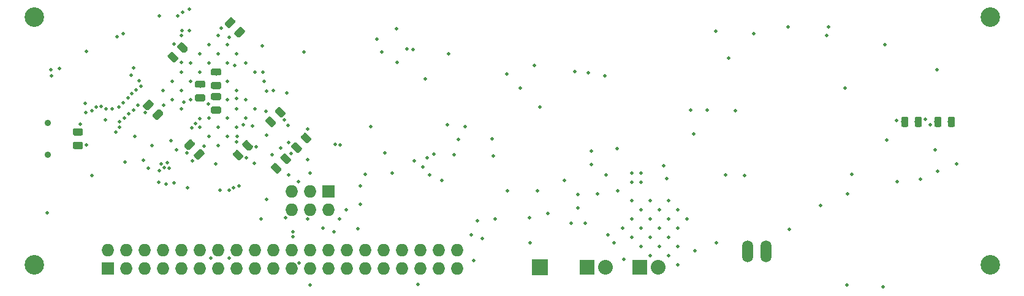
<source format=gbs>
G04 #@! TF.GenerationSoftware,KiCad,Pcbnew,(5.0.0)*
G04 #@! TF.CreationDate,2018-11-01T18:13:55-10:00*
G04 #@! TF.ProjectId,dstat-mainboard,64737461742D6D61696E626F6172642E,1.2.3*
G04 #@! TF.SameCoordinates,Original*
G04 #@! TF.FileFunction,Soldermask,Bot*
G04 #@! TF.FilePolarity,Negative*
%FSLAX46Y46*%
G04 Gerber Fmt 4.6, Leading zero omitted, Abs format (unit mm)*
G04 Created by KiCad (PCBNEW (5.0.0)) date 11/01/18 18:13:55*
%MOMM*%
%LPD*%
G01*
G04 APERTURE LIST*
%ADD10R,2.032000X2.032000*%
%ADD11O,2.032000X2.032000*%
%ADD12R,2.235200X2.235200*%
%ADD13O,1.727200X1.727200*%
%ADD14R,1.727200X1.727200*%
%ADD15O,1.506220X3.014980*%
%ADD16C,0.899160*%
%ADD17C,0.150000*%
%ADD18C,0.975000*%
%ADD19C,2.700000*%
%ADD20C,0.508000*%
G04 APERTURE END LIST*
D10*
G04 #@! TO.C,P2*
X166510000Y-119884000D03*
D11*
X169050000Y-119884000D03*
G04 #@! TD*
D12*
G04 #@! TO.C,P1*
X159960000Y-119884000D03*
G04 #@! TD*
D11*
G04 #@! TO.C,P3*
X176360000Y-119884000D03*
D10*
X173820000Y-119884000D03*
G04 #@! TD*
D13*
G04 #@! TO.C,CON1*
X125666000Y-111950000D03*
X125666000Y-109410000D03*
X128206000Y-111950000D03*
X128206000Y-109410000D03*
X130746000Y-111950000D03*
D14*
X130746000Y-109410000D03*
G04 #@! TD*
D15*
G04 #@! TO.C,P7*
X188671000Y-117688000D03*
X191211000Y-117688000D03*
G04 #@! TD*
D16*
G04 #@! TO.C,USB1*
X92002700Y-104273640D03*
X92002700Y-99874360D03*
G04 #@! TD*
D14*
G04 #@! TO.C,P6*
X100266000Y-120000000D03*
D13*
X100266000Y-117460000D03*
X102806000Y-120000000D03*
X102806000Y-117460000D03*
X105346000Y-120000000D03*
X105346000Y-117460000D03*
X107886000Y-120000000D03*
X107886000Y-117460000D03*
X110426000Y-120000000D03*
X110426000Y-117460000D03*
X112966000Y-120000000D03*
X112966000Y-117460000D03*
X115506000Y-120000000D03*
X115506000Y-117460000D03*
X118046000Y-120000000D03*
X118046000Y-117460000D03*
X120586000Y-120000000D03*
X120586000Y-117460000D03*
X123126000Y-120000000D03*
X123126000Y-117460000D03*
X125666000Y-120000000D03*
X125666000Y-117460000D03*
X128206000Y-120000000D03*
X128206000Y-117460000D03*
X130746000Y-120000000D03*
X130746000Y-117460000D03*
X133286000Y-120000000D03*
X133286000Y-117460000D03*
X135826000Y-120000000D03*
X135826000Y-117460000D03*
X138366000Y-120000000D03*
X138366000Y-117460000D03*
X140906000Y-120000000D03*
X140906000Y-117460000D03*
X143446000Y-120000000D03*
X143446000Y-117460000D03*
X145986000Y-120000000D03*
X145986000Y-117460000D03*
X148526000Y-120000000D03*
X148526000Y-117460000D03*
G04 #@! TD*
D17*
G04 #@! TO.C,C42*
G36*
X212520142Y-99047174D02*
X212543803Y-99050684D01*
X212567007Y-99056496D01*
X212589529Y-99064554D01*
X212611153Y-99074782D01*
X212631670Y-99087079D01*
X212650883Y-99101329D01*
X212668607Y-99117393D01*
X212684671Y-99135117D01*
X212698921Y-99154330D01*
X212711218Y-99174847D01*
X212721446Y-99196471D01*
X212729504Y-99218993D01*
X212735316Y-99242197D01*
X212738826Y-99265858D01*
X212740000Y-99289750D01*
X212740000Y-100202250D01*
X212738826Y-100226142D01*
X212735316Y-100249803D01*
X212729504Y-100273007D01*
X212721446Y-100295529D01*
X212711218Y-100317153D01*
X212698921Y-100337670D01*
X212684671Y-100356883D01*
X212668607Y-100374607D01*
X212650883Y-100390671D01*
X212631670Y-100404921D01*
X212611153Y-100417218D01*
X212589529Y-100427446D01*
X212567007Y-100435504D01*
X212543803Y-100441316D01*
X212520142Y-100444826D01*
X212496250Y-100446000D01*
X212008750Y-100446000D01*
X211984858Y-100444826D01*
X211961197Y-100441316D01*
X211937993Y-100435504D01*
X211915471Y-100427446D01*
X211893847Y-100417218D01*
X211873330Y-100404921D01*
X211854117Y-100390671D01*
X211836393Y-100374607D01*
X211820329Y-100356883D01*
X211806079Y-100337670D01*
X211793782Y-100317153D01*
X211783554Y-100295529D01*
X211775496Y-100273007D01*
X211769684Y-100249803D01*
X211766174Y-100226142D01*
X211765000Y-100202250D01*
X211765000Y-99289750D01*
X211766174Y-99265858D01*
X211769684Y-99242197D01*
X211775496Y-99218993D01*
X211783554Y-99196471D01*
X211793782Y-99174847D01*
X211806079Y-99154330D01*
X211820329Y-99135117D01*
X211836393Y-99117393D01*
X211854117Y-99101329D01*
X211873330Y-99087079D01*
X211893847Y-99074782D01*
X211915471Y-99064554D01*
X211937993Y-99056496D01*
X211961197Y-99050684D01*
X211984858Y-99047174D01*
X212008750Y-99046000D01*
X212496250Y-99046000D01*
X212520142Y-99047174D01*
X212520142Y-99047174D01*
G37*
D18*
X212252500Y-99746000D03*
D17*
G36*
X210645142Y-99047174D02*
X210668803Y-99050684D01*
X210692007Y-99056496D01*
X210714529Y-99064554D01*
X210736153Y-99074782D01*
X210756670Y-99087079D01*
X210775883Y-99101329D01*
X210793607Y-99117393D01*
X210809671Y-99135117D01*
X210823921Y-99154330D01*
X210836218Y-99174847D01*
X210846446Y-99196471D01*
X210854504Y-99218993D01*
X210860316Y-99242197D01*
X210863826Y-99265858D01*
X210865000Y-99289750D01*
X210865000Y-100202250D01*
X210863826Y-100226142D01*
X210860316Y-100249803D01*
X210854504Y-100273007D01*
X210846446Y-100295529D01*
X210836218Y-100317153D01*
X210823921Y-100337670D01*
X210809671Y-100356883D01*
X210793607Y-100374607D01*
X210775883Y-100390671D01*
X210756670Y-100404921D01*
X210736153Y-100417218D01*
X210714529Y-100427446D01*
X210692007Y-100435504D01*
X210668803Y-100441316D01*
X210645142Y-100444826D01*
X210621250Y-100446000D01*
X210133750Y-100446000D01*
X210109858Y-100444826D01*
X210086197Y-100441316D01*
X210062993Y-100435504D01*
X210040471Y-100427446D01*
X210018847Y-100417218D01*
X209998330Y-100404921D01*
X209979117Y-100390671D01*
X209961393Y-100374607D01*
X209945329Y-100356883D01*
X209931079Y-100337670D01*
X209918782Y-100317153D01*
X209908554Y-100295529D01*
X209900496Y-100273007D01*
X209894684Y-100249803D01*
X209891174Y-100226142D01*
X209890000Y-100202250D01*
X209890000Y-99289750D01*
X209891174Y-99265858D01*
X209894684Y-99242197D01*
X209900496Y-99218993D01*
X209908554Y-99196471D01*
X209918782Y-99174847D01*
X209931079Y-99154330D01*
X209945329Y-99135117D01*
X209961393Y-99117393D01*
X209979117Y-99101329D01*
X209998330Y-99087079D01*
X210018847Y-99074782D01*
X210040471Y-99064554D01*
X210062993Y-99056496D01*
X210086197Y-99050684D01*
X210109858Y-99047174D01*
X210133750Y-99046000D01*
X210621250Y-99046000D01*
X210645142Y-99047174D01*
X210645142Y-99047174D01*
G37*
D18*
X210377500Y-99746000D03*
G04 #@! TD*
D17*
G04 #@! TO.C,C43*
G36*
X217092142Y-99047174D02*
X217115803Y-99050684D01*
X217139007Y-99056496D01*
X217161529Y-99064554D01*
X217183153Y-99074782D01*
X217203670Y-99087079D01*
X217222883Y-99101329D01*
X217240607Y-99117393D01*
X217256671Y-99135117D01*
X217270921Y-99154330D01*
X217283218Y-99174847D01*
X217293446Y-99196471D01*
X217301504Y-99218993D01*
X217307316Y-99242197D01*
X217310826Y-99265858D01*
X217312000Y-99289750D01*
X217312000Y-100202250D01*
X217310826Y-100226142D01*
X217307316Y-100249803D01*
X217301504Y-100273007D01*
X217293446Y-100295529D01*
X217283218Y-100317153D01*
X217270921Y-100337670D01*
X217256671Y-100356883D01*
X217240607Y-100374607D01*
X217222883Y-100390671D01*
X217203670Y-100404921D01*
X217183153Y-100417218D01*
X217161529Y-100427446D01*
X217139007Y-100435504D01*
X217115803Y-100441316D01*
X217092142Y-100444826D01*
X217068250Y-100446000D01*
X216580750Y-100446000D01*
X216556858Y-100444826D01*
X216533197Y-100441316D01*
X216509993Y-100435504D01*
X216487471Y-100427446D01*
X216465847Y-100417218D01*
X216445330Y-100404921D01*
X216426117Y-100390671D01*
X216408393Y-100374607D01*
X216392329Y-100356883D01*
X216378079Y-100337670D01*
X216365782Y-100317153D01*
X216355554Y-100295529D01*
X216347496Y-100273007D01*
X216341684Y-100249803D01*
X216338174Y-100226142D01*
X216337000Y-100202250D01*
X216337000Y-99289750D01*
X216338174Y-99265858D01*
X216341684Y-99242197D01*
X216347496Y-99218993D01*
X216355554Y-99196471D01*
X216365782Y-99174847D01*
X216378079Y-99154330D01*
X216392329Y-99135117D01*
X216408393Y-99117393D01*
X216426117Y-99101329D01*
X216445330Y-99087079D01*
X216465847Y-99074782D01*
X216487471Y-99064554D01*
X216509993Y-99056496D01*
X216533197Y-99050684D01*
X216556858Y-99047174D01*
X216580750Y-99046000D01*
X217068250Y-99046000D01*
X217092142Y-99047174D01*
X217092142Y-99047174D01*
G37*
D18*
X216824500Y-99746000D03*
D17*
G36*
X215217142Y-99047174D02*
X215240803Y-99050684D01*
X215264007Y-99056496D01*
X215286529Y-99064554D01*
X215308153Y-99074782D01*
X215328670Y-99087079D01*
X215347883Y-99101329D01*
X215365607Y-99117393D01*
X215381671Y-99135117D01*
X215395921Y-99154330D01*
X215408218Y-99174847D01*
X215418446Y-99196471D01*
X215426504Y-99218993D01*
X215432316Y-99242197D01*
X215435826Y-99265858D01*
X215437000Y-99289750D01*
X215437000Y-100202250D01*
X215435826Y-100226142D01*
X215432316Y-100249803D01*
X215426504Y-100273007D01*
X215418446Y-100295529D01*
X215408218Y-100317153D01*
X215395921Y-100337670D01*
X215381671Y-100356883D01*
X215365607Y-100374607D01*
X215347883Y-100390671D01*
X215328670Y-100404921D01*
X215308153Y-100417218D01*
X215286529Y-100427446D01*
X215264007Y-100435504D01*
X215240803Y-100441316D01*
X215217142Y-100444826D01*
X215193250Y-100446000D01*
X214705750Y-100446000D01*
X214681858Y-100444826D01*
X214658197Y-100441316D01*
X214634993Y-100435504D01*
X214612471Y-100427446D01*
X214590847Y-100417218D01*
X214570330Y-100404921D01*
X214551117Y-100390671D01*
X214533393Y-100374607D01*
X214517329Y-100356883D01*
X214503079Y-100337670D01*
X214490782Y-100317153D01*
X214480554Y-100295529D01*
X214472496Y-100273007D01*
X214466684Y-100249803D01*
X214463174Y-100226142D01*
X214462000Y-100202250D01*
X214462000Y-99289750D01*
X214463174Y-99265858D01*
X214466684Y-99242197D01*
X214472496Y-99218993D01*
X214480554Y-99196471D01*
X214490782Y-99174847D01*
X214503079Y-99154330D01*
X214517329Y-99135117D01*
X214533393Y-99117393D01*
X214551117Y-99101329D01*
X214570330Y-99087079D01*
X214590847Y-99074782D01*
X214612471Y-99064554D01*
X214634993Y-99056496D01*
X214658197Y-99050684D01*
X214681858Y-99047174D01*
X214705750Y-99046000D01*
X215193250Y-99046000D01*
X215217142Y-99047174D01*
X215217142Y-99047174D01*
G37*
D18*
X214949500Y-99746000D03*
G04 #@! TD*
D17*
G04 #@! TO.C,C44*
G36*
X115716142Y-97615274D02*
X115739803Y-97618784D01*
X115763007Y-97624596D01*
X115785529Y-97632654D01*
X115807153Y-97642882D01*
X115827670Y-97655179D01*
X115846883Y-97669429D01*
X115864607Y-97685493D01*
X115880671Y-97703217D01*
X115894921Y-97722430D01*
X115907218Y-97742947D01*
X115917446Y-97764571D01*
X115925504Y-97787093D01*
X115931316Y-97810297D01*
X115934826Y-97833958D01*
X115936000Y-97857850D01*
X115936000Y-98345350D01*
X115934826Y-98369242D01*
X115931316Y-98392903D01*
X115925504Y-98416107D01*
X115917446Y-98438629D01*
X115907218Y-98460253D01*
X115894921Y-98480770D01*
X115880671Y-98499983D01*
X115864607Y-98517707D01*
X115846883Y-98533771D01*
X115827670Y-98548021D01*
X115807153Y-98560318D01*
X115785529Y-98570546D01*
X115763007Y-98578604D01*
X115739803Y-98584416D01*
X115716142Y-98587926D01*
X115692250Y-98589100D01*
X114779750Y-98589100D01*
X114755858Y-98587926D01*
X114732197Y-98584416D01*
X114708993Y-98578604D01*
X114686471Y-98570546D01*
X114664847Y-98560318D01*
X114644330Y-98548021D01*
X114625117Y-98533771D01*
X114607393Y-98517707D01*
X114591329Y-98499983D01*
X114577079Y-98480770D01*
X114564782Y-98460253D01*
X114554554Y-98438629D01*
X114546496Y-98416107D01*
X114540684Y-98392903D01*
X114537174Y-98369242D01*
X114536000Y-98345350D01*
X114536000Y-97857850D01*
X114537174Y-97833958D01*
X114540684Y-97810297D01*
X114546496Y-97787093D01*
X114554554Y-97764571D01*
X114564782Y-97742947D01*
X114577079Y-97722430D01*
X114591329Y-97703217D01*
X114607393Y-97685493D01*
X114625117Y-97669429D01*
X114644330Y-97655179D01*
X114664847Y-97642882D01*
X114686471Y-97632654D01*
X114708993Y-97624596D01*
X114732197Y-97618784D01*
X114755858Y-97615274D01*
X114779750Y-97614100D01*
X115692250Y-97614100D01*
X115716142Y-97615274D01*
X115716142Y-97615274D01*
G37*
D18*
X115236000Y-98101600D03*
D17*
G36*
X115716142Y-95740274D02*
X115739803Y-95743784D01*
X115763007Y-95749596D01*
X115785529Y-95757654D01*
X115807153Y-95767882D01*
X115827670Y-95780179D01*
X115846883Y-95794429D01*
X115864607Y-95810493D01*
X115880671Y-95828217D01*
X115894921Y-95847430D01*
X115907218Y-95867947D01*
X115917446Y-95889571D01*
X115925504Y-95912093D01*
X115931316Y-95935297D01*
X115934826Y-95958958D01*
X115936000Y-95982850D01*
X115936000Y-96470350D01*
X115934826Y-96494242D01*
X115931316Y-96517903D01*
X115925504Y-96541107D01*
X115917446Y-96563629D01*
X115907218Y-96585253D01*
X115894921Y-96605770D01*
X115880671Y-96624983D01*
X115864607Y-96642707D01*
X115846883Y-96658771D01*
X115827670Y-96673021D01*
X115807153Y-96685318D01*
X115785529Y-96695546D01*
X115763007Y-96703604D01*
X115739803Y-96709416D01*
X115716142Y-96712926D01*
X115692250Y-96714100D01*
X114779750Y-96714100D01*
X114755858Y-96712926D01*
X114732197Y-96709416D01*
X114708993Y-96703604D01*
X114686471Y-96695546D01*
X114664847Y-96685318D01*
X114644330Y-96673021D01*
X114625117Y-96658771D01*
X114607393Y-96642707D01*
X114591329Y-96624983D01*
X114577079Y-96605770D01*
X114564782Y-96585253D01*
X114554554Y-96563629D01*
X114546496Y-96541107D01*
X114540684Y-96517903D01*
X114537174Y-96494242D01*
X114536000Y-96470350D01*
X114536000Y-95982850D01*
X114537174Y-95958958D01*
X114540684Y-95935297D01*
X114546496Y-95912093D01*
X114554554Y-95889571D01*
X114564782Y-95867947D01*
X114577079Y-95847430D01*
X114591329Y-95828217D01*
X114607393Y-95810493D01*
X114625117Y-95794429D01*
X114644330Y-95780179D01*
X114664847Y-95767882D01*
X114686471Y-95757654D01*
X114708993Y-95749596D01*
X114732197Y-95743784D01*
X114755858Y-95740274D01*
X114779750Y-95739100D01*
X115692250Y-95739100D01*
X115716142Y-95740274D01*
X115716142Y-95740274D01*
G37*
D18*
X115236000Y-96226600D03*
G04 #@! TD*
D17*
G04 #@! TO.C,C45*
G36*
X113073065Y-103489362D02*
X113096726Y-103492872D01*
X113119930Y-103498684D01*
X113142452Y-103506742D01*
X113164076Y-103516970D01*
X113184593Y-103529267D01*
X113203806Y-103543517D01*
X113221530Y-103559581D01*
X113566245Y-103904296D01*
X113582309Y-103922020D01*
X113596559Y-103941233D01*
X113608856Y-103961750D01*
X113619084Y-103983374D01*
X113627142Y-104005896D01*
X113632954Y-104029100D01*
X113636464Y-104052761D01*
X113637638Y-104076653D01*
X113636464Y-104100545D01*
X113632954Y-104124206D01*
X113627142Y-104147410D01*
X113619084Y-104169932D01*
X113608856Y-104191556D01*
X113596559Y-104212073D01*
X113582309Y-104231286D01*
X113566245Y-104249010D01*
X112921010Y-104894245D01*
X112903286Y-104910309D01*
X112884073Y-104924559D01*
X112863556Y-104936856D01*
X112841932Y-104947084D01*
X112819410Y-104955142D01*
X112796206Y-104960954D01*
X112772545Y-104964464D01*
X112748653Y-104965638D01*
X112724761Y-104964464D01*
X112701100Y-104960954D01*
X112677896Y-104955142D01*
X112655374Y-104947084D01*
X112633750Y-104936856D01*
X112613233Y-104924559D01*
X112594020Y-104910309D01*
X112576296Y-104894245D01*
X112231581Y-104549530D01*
X112215517Y-104531806D01*
X112201267Y-104512593D01*
X112188970Y-104492076D01*
X112178742Y-104470452D01*
X112170684Y-104447930D01*
X112164872Y-104424726D01*
X112161362Y-104401065D01*
X112160188Y-104377173D01*
X112161362Y-104353281D01*
X112164872Y-104329620D01*
X112170684Y-104306416D01*
X112178742Y-104283894D01*
X112188970Y-104262270D01*
X112201267Y-104241753D01*
X112215517Y-104222540D01*
X112231581Y-104204816D01*
X112876816Y-103559581D01*
X112894540Y-103543517D01*
X112913753Y-103529267D01*
X112934270Y-103516970D01*
X112955894Y-103506742D01*
X112978416Y-103498684D01*
X113001620Y-103492872D01*
X113025281Y-103489362D01*
X113049173Y-103488188D01*
X113073065Y-103489362D01*
X113073065Y-103489362D01*
G37*
D18*
X112898913Y-104226913D03*
D17*
G36*
X111747239Y-102163536D02*
X111770900Y-102167046D01*
X111794104Y-102172858D01*
X111816626Y-102180916D01*
X111838250Y-102191144D01*
X111858767Y-102203441D01*
X111877980Y-102217691D01*
X111895704Y-102233755D01*
X112240419Y-102578470D01*
X112256483Y-102596194D01*
X112270733Y-102615407D01*
X112283030Y-102635924D01*
X112293258Y-102657548D01*
X112301316Y-102680070D01*
X112307128Y-102703274D01*
X112310638Y-102726935D01*
X112311812Y-102750827D01*
X112310638Y-102774719D01*
X112307128Y-102798380D01*
X112301316Y-102821584D01*
X112293258Y-102844106D01*
X112283030Y-102865730D01*
X112270733Y-102886247D01*
X112256483Y-102905460D01*
X112240419Y-102923184D01*
X111595184Y-103568419D01*
X111577460Y-103584483D01*
X111558247Y-103598733D01*
X111537730Y-103611030D01*
X111516106Y-103621258D01*
X111493584Y-103629316D01*
X111470380Y-103635128D01*
X111446719Y-103638638D01*
X111422827Y-103639812D01*
X111398935Y-103638638D01*
X111375274Y-103635128D01*
X111352070Y-103629316D01*
X111329548Y-103621258D01*
X111307924Y-103611030D01*
X111287407Y-103598733D01*
X111268194Y-103584483D01*
X111250470Y-103568419D01*
X110905755Y-103223704D01*
X110889691Y-103205980D01*
X110875441Y-103186767D01*
X110863144Y-103166250D01*
X110852916Y-103144626D01*
X110844858Y-103122104D01*
X110839046Y-103098900D01*
X110835536Y-103075239D01*
X110834362Y-103051347D01*
X110835536Y-103027455D01*
X110839046Y-103003794D01*
X110844858Y-102980590D01*
X110852916Y-102958068D01*
X110863144Y-102936444D01*
X110875441Y-102915927D01*
X110889691Y-102896714D01*
X110905755Y-102878990D01*
X111550990Y-102233755D01*
X111568714Y-102217691D01*
X111587927Y-102203441D01*
X111608444Y-102191144D01*
X111630068Y-102180916D01*
X111652590Y-102172858D01*
X111675794Y-102167046D01*
X111699455Y-102163536D01*
X111723347Y-102162362D01*
X111747239Y-102163536D01*
X111747239Y-102163536D01*
G37*
D18*
X111573087Y-102901087D03*
G04 #@! TD*
D17*
G04 #@! TO.C,C46*
G36*
X109146719Y-90039462D02*
X109170380Y-90042972D01*
X109193584Y-90048784D01*
X109216106Y-90056842D01*
X109237730Y-90067070D01*
X109258247Y-90079367D01*
X109277460Y-90093617D01*
X109295184Y-90109681D01*
X109940419Y-90754916D01*
X109956483Y-90772640D01*
X109970733Y-90791853D01*
X109983030Y-90812370D01*
X109993258Y-90833994D01*
X110001316Y-90856516D01*
X110007128Y-90879720D01*
X110010638Y-90903381D01*
X110011812Y-90927273D01*
X110010638Y-90951165D01*
X110007128Y-90974826D01*
X110001316Y-90998030D01*
X109993258Y-91020552D01*
X109983030Y-91042176D01*
X109970733Y-91062693D01*
X109956483Y-91081906D01*
X109940419Y-91099630D01*
X109595704Y-91444345D01*
X109577980Y-91460409D01*
X109558767Y-91474659D01*
X109538250Y-91486956D01*
X109516626Y-91497184D01*
X109494104Y-91505242D01*
X109470900Y-91511054D01*
X109447239Y-91514564D01*
X109423347Y-91515738D01*
X109399455Y-91514564D01*
X109375794Y-91511054D01*
X109352590Y-91505242D01*
X109330068Y-91497184D01*
X109308444Y-91486956D01*
X109287927Y-91474659D01*
X109268714Y-91460409D01*
X109250990Y-91444345D01*
X108605755Y-90799110D01*
X108589691Y-90781386D01*
X108575441Y-90762173D01*
X108563144Y-90741656D01*
X108552916Y-90720032D01*
X108544858Y-90697510D01*
X108539046Y-90674306D01*
X108535536Y-90650645D01*
X108534362Y-90626753D01*
X108535536Y-90602861D01*
X108539046Y-90579200D01*
X108544858Y-90555996D01*
X108552916Y-90533474D01*
X108563144Y-90511850D01*
X108575441Y-90491333D01*
X108589691Y-90472120D01*
X108605755Y-90454396D01*
X108950470Y-90109681D01*
X108968194Y-90093617D01*
X108987407Y-90079367D01*
X109007924Y-90067070D01*
X109029548Y-90056842D01*
X109052070Y-90048784D01*
X109075274Y-90042972D01*
X109098935Y-90039462D01*
X109122827Y-90038288D01*
X109146719Y-90039462D01*
X109146719Y-90039462D01*
G37*
D18*
X109273087Y-90777013D03*
D17*
G36*
X110472545Y-88713636D02*
X110496206Y-88717146D01*
X110519410Y-88722958D01*
X110541932Y-88731016D01*
X110563556Y-88741244D01*
X110584073Y-88753541D01*
X110603286Y-88767791D01*
X110621010Y-88783855D01*
X111266245Y-89429090D01*
X111282309Y-89446814D01*
X111296559Y-89466027D01*
X111308856Y-89486544D01*
X111319084Y-89508168D01*
X111327142Y-89530690D01*
X111332954Y-89553894D01*
X111336464Y-89577555D01*
X111337638Y-89601447D01*
X111336464Y-89625339D01*
X111332954Y-89649000D01*
X111327142Y-89672204D01*
X111319084Y-89694726D01*
X111308856Y-89716350D01*
X111296559Y-89736867D01*
X111282309Y-89756080D01*
X111266245Y-89773804D01*
X110921530Y-90118519D01*
X110903806Y-90134583D01*
X110884593Y-90148833D01*
X110864076Y-90161130D01*
X110842452Y-90171358D01*
X110819930Y-90179416D01*
X110796726Y-90185228D01*
X110773065Y-90188738D01*
X110749173Y-90189912D01*
X110725281Y-90188738D01*
X110701620Y-90185228D01*
X110678416Y-90179416D01*
X110655894Y-90171358D01*
X110634270Y-90161130D01*
X110613753Y-90148833D01*
X110594540Y-90134583D01*
X110576816Y-90118519D01*
X109931581Y-89473284D01*
X109915517Y-89455560D01*
X109901267Y-89436347D01*
X109888970Y-89415830D01*
X109878742Y-89394206D01*
X109870684Y-89371684D01*
X109864872Y-89348480D01*
X109861362Y-89324819D01*
X109860188Y-89300927D01*
X109861362Y-89277035D01*
X109864872Y-89253374D01*
X109870684Y-89230170D01*
X109878742Y-89207648D01*
X109888970Y-89186024D01*
X109901267Y-89165507D01*
X109915517Y-89146294D01*
X109931581Y-89128570D01*
X110276296Y-88783855D01*
X110294020Y-88767791D01*
X110313233Y-88753541D01*
X110333750Y-88741244D01*
X110355374Y-88731016D01*
X110377896Y-88722958D01*
X110401100Y-88717146D01*
X110424761Y-88713636D01*
X110448653Y-88712462D01*
X110472545Y-88713636D01*
X110472545Y-88713636D01*
G37*
D18*
X110598913Y-89451187D03*
G04 #@! TD*
D17*
G04 #@! TO.C,C47*
G36*
X117347239Y-85263636D02*
X117370900Y-85267146D01*
X117394104Y-85272958D01*
X117416626Y-85281016D01*
X117438250Y-85291244D01*
X117458767Y-85303541D01*
X117477980Y-85317791D01*
X117495704Y-85333855D01*
X117840419Y-85678570D01*
X117856483Y-85696294D01*
X117870733Y-85715507D01*
X117883030Y-85736024D01*
X117893258Y-85757648D01*
X117901316Y-85780170D01*
X117907128Y-85803374D01*
X117910638Y-85827035D01*
X117911812Y-85850927D01*
X117910638Y-85874819D01*
X117907128Y-85898480D01*
X117901316Y-85921684D01*
X117893258Y-85944206D01*
X117883030Y-85965830D01*
X117870733Y-85986347D01*
X117856483Y-86005560D01*
X117840419Y-86023284D01*
X117195184Y-86668519D01*
X117177460Y-86684583D01*
X117158247Y-86698833D01*
X117137730Y-86711130D01*
X117116106Y-86721358D01*
X117093584Y-86729416D01*
X117070380Y-86735228D01*
X117046719Y-86738738D01*
X117022827Y-86739912D01*
X116998935Y-86738738D01*
X116975274Y-86735228D01*
X116952070Y-86729416D01*
X116929548Y-86721358D01*
X116907924Y-86711130D01*
X116887407Y-86698833D01*
X116868194Y-86684583D01*
X116850470Y-86668519D01*
X116505755Y-86323804D01*
X116489691Y-86306080D01*
X116475441Y-86286867D01*
X116463144Y-86266350D01*
X116452916Y-86244726D01*
X116444858Y-86222204D01*
X116439046Y-86199000D01*
X116435536Y-86175339D01*
X116434362Y-86151447D01*
X116435536Y-86127555D01*
X116439046Y-86103894D01*
X116444858Y-86080690D01*
X116452916Y-86058168D01*
X116463144Y-86036544D01*
X116475441Y-86016027D01*
X116489691Y-85996814D01*
X116505755Y-85979090D01*
X117150990Y-85333855D01*
X117168714Y-85317791D01*
X117187927Y-85303541D01*
X117208444Y-85291244D01*
X117230068Y-85281016D01*
X117252590Y-85272958D01*
X117275794Y-85267146D01*
X117299455Y-85263636D01*
X117323347Y-85262462D01*
X117347239Y-85263636D01*
X117347239Y-85263636D01*
G37*
D18*
X117173087Y-86001187D03*
D17*
G36*
X118673065Y-86589462D02*
X118696726Y-86592972D01*
X118719930Y-86598784D01*
X118742452Y-86606842D01*
X118764076Y-86617070D01*
X118784593Y-86629367D01*
X118803806Y-86643617D01*
X118821530Y-86659681D01*
X119166245Y-87004396D01*
X119182309Y-87022120D01*
X119196559Y-87041333D01*
X119208856Y-87061850D01*
X119219084Y-87083474D01*
X119227142Y-87105996D01*
X119232954Y-87129200D01*
X119236464Y-87152861D01*
X119237638Y-87176753D01*
X119236464Y-87200645D01*
X119232954Y-87224306D01*
X119227142Y-87247510D01*
X119219084Y-87270032D01*
X119208856Y-87291656D01*
X119196559Y-87312173D01*
X119182309Y-87331386D01*
X119166245Y-87349110D01*
X118521010Y-87994345D01*
X118503286Y-88010409D01*
X118484073Y-88024659D01*
X118463556Y-88036956D01*
X118441932Y-88047184D01*
X118419410Y-88055242D01*
X118396206Y-88061054D01*
X118372545Y-88064564D01*
X118348653Y-88065738D01*
X118324761Y-88064564D01*
X118301100Y-88061054D01*
X118277896Y-88055242D01*
X118255374Y-88047184D01*
X118233750Y-88036956D01*
X118213233Y-88024659D01*
X118194020Y-88010409D01*
X118176296Y-87994345D01*
X117831581Y-87649630D01*
X117815517Y-87631906D01*
X117801267Y-87612693D01*
X117788970Y-87592176D01*
X117778742Y-87570552D01*
X117770684Y-87548030D01*
X117764872Y-87524826D01*
X117761362Y-87501165D01*
X117760188Y-87477273D01*
X117761362Y-87453381D01*
X117764872Y-87429720D01*
X117770684Y-87406516D01*
X117778742Y-87383994D01*
X117788970Y-87362370D01*
X117801267Y-87341853D01*
X117815517Y-87322640D01*
X117831581Y-87304916D01*
X118476816Y-86659681D01*
X118494540Y-86643617D01*
X118513753Y-86629367D01*
X118534270Y-86617070D01*
X118555894Y-86606842D01*
X118578416Y-86598784D01*
X118601620Y-86592972D01*
X118625281Y-86589462D01*
X118649173Y-86588288D01*
X118673065Y-86589462D01*
X118673065Y-86589462D01*
G37*
D18*
X118498913Y-87327013D03*
G04 #@! TD*
D17*
G04 #@! TO.C,C48*
G36*
X118146719Y-103589362D02*
X118170380Y-103592872D01*
X118193584Y-103598684D01*
X118216106Y-103606742D01*
X118237730Y-103616970D01*
X118258247Y-103629267D01*
X118277460Y-103643517D01*
X118295184Y-103659581D01*
X118940419Y-104304816D01*
X118956483Y-104322540D01*
X118970733Y-104341753D01*
X118983030Y-104362270D01*
X118993258Y-104383894D01*
X119001316Y-104406416D01*
X119007128Y-104429620D01*
X119010638Y-104453281D01*
X119011812Y-104477173D01*
X119010638Y-104501065D01*
X119007128Y-104524726D01*
X119001316Y-104547930D01*
X118993258Y-104570452D01*
X118983030Y-104592076D01*
X118970733Y-104612593D01*
X118956483Y-104631806D01*
X118940419Y-104649530D01*
X118595704Y-104994245D01*
X118577980Y-105010309D01*
X118558767Y-105024559D01*
X118538250Y-105036856D01*
X118516626Y-105047084D01*
X118494104Y-105055142D01*
X118470900Y-105060954D01*
X118447239Y-105064464D01*
X118423347Y-105065638D01*
X118399455Y-105064464D01*
X118375794Y-105060954D01*
X118352590Y-105055142D01*
X118330068Y-105047084D01*
X118308444Y-105036856D01*
X118287927Y-105024559D01*
X118268714Y-105010309D01*
X118250990Y-104994245D01*
X117605755Y-104349010D01*
X117589691Y-104331286D01*
X117575441Y-104312073D01*
X117563144Y-104291556D01*
X117552916Y-104269932D01*
X117544858Y-104247410D01*
X117539046Y-104224206D01*
X117535536Y-104200545D01*
X117534362Y-104176653D01*
X117535536Y-104152761D01*
X117539046Y-104129100D01*
X117544858Y-104105896D01*
X117552916Y-104083374D01*
X117563144Y-104061750D01*
X117575441Y-104041233D01*
X117589691Y-104022020D01*
X117605755Y-104004296D01*
X117950470Y-103659581D01*
X117968194Y-103643517D01*
X117987407Y-103629267D01*
X118007924Y-103616970D01*
X118029548Y-103606742D01*
X118052070Y-103598684D01*
X118075274Y-103592872D01*
X118098935Y-103589362D01*
X118122827Y-103588188D01*
X118146719Y-103589362D01*
X118146719Y-103589362D01*
G37*
D18*
X118273087Y-104326913D03*
D17*
G36*
X119472545Y-102263536D02*
X119496206Y-102267046D01*
X119519410Y-102272858D01*
X119541932Y-102280916D01*
X119563556Y-102291144D01*
X119584073Y-102303441D01*
X119603286Y-102317691D01*
X119621010Y-102333755D01*
X120266245Y-102978990D01*
X120282309Y-102996714D01*
X120296559Y-103015927D01*
X120308856Y-103036444D01*
X120319084Y-103058068D01*
X120327142Y-103080590D01*
X120332954Y-103103794D01*
X120336464Y-103127455D01*
X120337638Y-103151347D01*
X120336464Y-103175239D01*
X120332954Y-103198900D01*
X120327142Y-103222104D01*
X120319084Y-103244626D01*
X120308856Y-103266250D01*
X120296559Y-103286767D01*
X120282309Y-103305980D01*
X120266245Y-103323704D01*
X119921530Y-103668419D01*
X119903806Y-103684483D01*
X119884593Y-103698733D01*
X119864076Y-103711030D01*
X119842452Y-103721258D01*
X119819930Y-103729316D01*
X119796726Y-103735128D01*
X119773065Y-103738638D01*
X119749173Y-103739812D01*
X119725281Y-103738638D01*
X119701620Y-103735128D01*
X119678416Y-103729316D01*
X119655894Y-103721258D01*
X119634270Y-103711030D01*
X119613753Y-103698733D01*
X119594540Y-103684483D01*
X119576816Y-103668419D01*
X118931581Y-103023184D01*
X118915517Y-103005460D01*
X118901267Y-102986247D01*
X118888970Y-102965730D01*
X118878742Y-102944106D01*
X118870684Y-102921584D01*
X118864872Y-102898380D01*
X118861362Y-102874719D01*
X118860188Y-102850827D01*
X118861362Y-102826935D01*
X118864872Y-102803274D01*
X118870684Y-102780070D01*
X118878742Y-102757548D01*
X118888970Y-102735924D01*
X118901267Y-102715407D01*
X118915517Y-102696194D01*
X118931581Y-102678470D01*
X119276296Y-102333755D01*
X119294020Y-102317691D01*
X119313233Y-102303441D01*
X119333750Y-102291144D01*
X119355374Y-102280916D01*
X119377896Y-102272858D01*
X119401100Y-102267046D01*
X119424761Y-102263536D01*
X119448653Y-102262362D01*
X119472545Y-102263536D01*
X119472545Y-102263536D01*
G37*
D18*
X119598913Y-103001087D03*
G04 #@! TD*
D17*
G04 #@! TO.C,C49*
G36*
X107373065Y-97989462D02*
X107396726Y-97992972D01*
X107419930Y-97998784D01*
X107442452Y-98006842D01*
X107464076Y-98017070D01*
X107484593Y-98029367D01*
X107503806Y-98043617D01*
X107521530Y-98059681D01*
X107866245Y-98404396D01*
X107882309Y-98422120D01*
X107896559Y-98441333D01*
X107908856Y-98461850D01*
X107919084Y-98483474D01*
X107927142Y-98505996D01*
X107932954Y-98529200D01*
X107936464Y-98552861D01*
X107937638Y-98576753D01*
X107936464Y-98600645D01*
X107932954Y-98624306D01*
X107927142Y-98647510D01*
X107919084Y-98670032D01*
X107908856Y-98691656D01*
X107896559Y-98712173D01*
X107882309Y-98731386D01*
X107866245Y-98749110D01*
X107221010Y-99394345D01*
X107203286Y-99410409D01*
X107184073Y-99424659D01*
X107163556Y-99436956D01*
X107141932Y-99447184D01*
X107119410Y-99455242D01*
X107096206Y-99461054D01*
X107072545Y-99464564D01*
X107048653Y-99465738D01*
X107024761Y-99464564D01*
X107001100Y-99461054D01*
X106977896Y-99455242D01*
X106955374Y-99447184D01*
X106933750Y-99436956D01*
X106913233Y-99424659D01*
X106894020Y-99410409D01*
X106876296Y-99394345D01*
X106531581Y-99049630D01*
X106515517Y-99031906D01*
X106501267Y-99012693D01*
X106488970Y-98992176D01*
X106478742Y-98970552D01*
X106470684Y-98948030D01*
X106464872Y-98924826D01*
X106461362Y-98901165D01*
X106460188Y-98877273D01*
X106461362Y-98853381D01*
X106464872Y-98829720D01*
X106470684Y-98806516D01*
X106478742Y-98783994D01*
X106488970Y-98762370D01*
X106501267Y-98741853D01*
X106515517Y-98722640D01*
X106531581Y-98704916D01*
X107176816Y-98059681D01*
X107194540Y-98043617D01*
X107213753Y-98029367D01*
X107234270Y-98017070D01*
X107255894Y-98006842D01*
X107278416Y-97998784D01*
X107301620Y-97992972D01*
X107325281Y-97989462D01*
X107349173Y-97988288D01*
X107373065Y-97989462D01*
X107373065Y-97989462D01*
G37*
D18*
X107198913Y-98727013D03*
D17*
G36*
X106047239Y-96663636D02*
X106070900Y-96667146D01*
X106094104Y-96672958D01*
X106116626Y-96681016D01*
X106138250Y-96691244D01*
X106158767Y-96703541D01*
X106177980Y-96717791D01*
X106195704Y-96733855D01*
X106540419Y-97078570D01*
X106556483Y-97096294D01*
X106570733Y-97115507D01*
X106583030Y-97136024D01*
X106593258Y-97157648D01*
X106601316Y-97180170D01*
X106607128Y-97203374D01*
X106610638Y-97227035D01*
X106611812Y-97250927D01*
X106610638Y-97274819D01*
X106607128Y-97298480D01*
X106601316Y-97321684D01*
X106593258Y-97344206D01*
X106583030Y-97365830D01*
X106570733Y-97386347D01*
X106556483Y-97405560D01*
X106540419Y-97423284D01*
X105895184Y-98068519D01*
X105877460Y-98084583D01*
X105858247Y-98098833D01*
X105837730Y-98111130D01*
X105816106Y-98121358D01*
X105793584Y-98129416D01*
X105770380Y-98135228D01*
X105746719Y-98138738D01*
X105722827Y-98139912D01*
X105698935Y-98138738D01*
X105675274Y-98135228D01*
X105652070Y-98129416D01*
X105629548Y-98121358D01*
X105607924Y-98111130D01*
X105587407Y-98098833D01*
X105568194Y-98084583D01*
X105550470Y-98068519D01*
X105205755Y-97723804D01*
X105189691Y-97706080D01*
X105175441Y-97686867D01*
X105163144Y-97666350D01*
X105152916Y-97644726D01*
X105144858Y-97622204D01*
X105139046Y-97599000D01*
X105135536Y-97575339D01*
X105134362Y-97551447D01*
X105135536Y-97527555D01*
X105139046Y-97503894D01*
X105144858Y-97480690D01*
X105152916Y-97458168D01*
X105163144Y-97436544D01*
X105175441Y-97416027D01*
X105189691Y-97396814D01*
X105205755Y-97379090D01*
X105850990Y-96733855D01*
X105868714Y-96717791D01*
X105887927Y-96703541D01*
X105908444Y-96691244D01*
X105930068Y-96681016D01*
X105952590Y-96672958D01*
X105975794Y-96667146D01*
X105999455Y-96663636D01*
X106023347Y-96662462D01*
X106047239Y-96663636D01*
X106047239Y-96663636D01*
G37*
D18*
X105873087Y-97401187D03*
G04 #@! TD*
D17*
G04 #@! TO.C,C50*
G36*
X123972545Y-97663636D02*
X123996206Y-97667146D01*
X124019410Y-97672958D01*
X124041932Y-97681016D01*
X124063556Y-97691244D01*
X124084073Y-97703541D01*
X124103286Y-97717791D01*
X124121010Y-97733855D01*
X124766245Y-98379090D01*
X124782309Y-98396814D01*
X124796559Y-98416027D01*
X124808856Y-98436544D01*
X124819084Y-98458168D01*
X124827142Y-98480690D01*
X124832954Y-98503894D01*
X124836464Y-98527555D01*
X124837638Y-98551447D01*
X124836464Y-98575339D01*
X124832954Y-98599000D01*
X124827142Y-98622204D01*
X124819084Y-98644726D01*
X124808856Y-98666350D01*
X124796559Y-98686867D01*
X124782309Y-98706080D01*
X124766245Y-98723804D01*
X124421530Y-99068519D01*
X124403806Y-99084583D01*
X124384593Y-99098833D01*
X124364076Y-99111130D01*
X124342452Y-99121358D01*
X124319930Y-99129416D01*
X124296726Y-99135228D01*
X124273065Y-99138738D01*
X124249173Y-99139912D01*
X124225281Y-99138738D01*
X124201620Y-99135228D01*
X124178416Y-99129416D01*
X124155894Y-99121358D01*
X124134270Y-99111130D01*
X124113753Y-99098833D01*
X124094540Y-99084583D01*
X124076816Y-99068519D01*
X123431581Y-98423284D01*
X123415517Y-98405560D01*
X123401267Y-98386347D01*
X123388970Y-98365830D01*
X123378742Y-98344206D01*
X123370684Y-98321684D01*
X123364872Y-98298480D01*
X123361362Y-98274819D01*
X123360188Y-98250927D01*
X123361362Y-98227035D01*
X123364872Y-98203374D01*
X123370684Y-98180170D01*
X123378742Y-98157648D01*
X123388970Y-98136024D01*
X123401267Y-98115507D01*
X123415517Y-98096294D01*
X123431581Y-98078570D01*
X123776296Y-97733855D01*
X123794020Y-97717791D01*
X123813233Y-97703541D01*
X123833750Y-97691244D01*
X123855374Y-97681016D01*
X123877896Y-97672958D01*
X123901100Y-97667146D01*
X123924761Y-97663636D01*
X123948653Y-97662462D01*
X123972545Y-97663636D01*
X123972545Y-97663636D01*
G37*
D18*
X124098913Y-98401187D03*
D17*
G36*
X122646719Y-98989462D02*
X122670380Y-98992972D01*
X122693584Y-98998784D01*
X122716106Y-99006842D01*
X122737730Y-99017070D01*
X122758247Y-99029367D01*
X122777460Y-99043617D01*
X122795184Y-99059681D01*
X123440419Y-99704916D01*
X123456483Y-99722640D01*
X123470733Y-99741853D01*
X123483030Y-99762370D01*
X123493258Y-99783994D01*
X123501316Y-99806516D01*
X123507128Y-99829720D01*
X123510638Y-99853381D01*
X123511812Y-99877273D01*
X123510638Y-99901165D01*
X123507128Y-99924826D01*
X123501316Y-99948030D01*
X123493258Y-99970552D01*
X123483030Y-99992176D01*
X123470733Y-100012693D01*
X123456483Y-100031906D01*
X123440419Y-100049630D01*
X123095704Y-100394345D01*
X123077980Y-100410409D01*
X123058767Y-100424659D01*
X123038250Y-100436956D01*
X123016626Y-100447184D01*
X122994104Y-100455242D01*
X122970900Y-100461054D01*
X122947239Y-100464564D01*
X122923347Y-100465738D01*
X122899455Y-100464564D01*
X122875794Y-100461054D01*
X122852590Y-100455242D01*
X122830068Y-100447184D01*
X122808444Y-100436956D01*
X122787927Y-100424659D01*
X122768714Y-100410409D01*
X122750990Y-100394345D01*
X122105755Y-99749110D01*
X122089691Y-99731386D01*
X122075441Y-99712173D01*
X122063144Y-99691656D01*
X122052916Y-99670032D01*
X122044858Y-99647510D01*
X122039046Y-99624306D01*
X122035536Y-99600645D01*
X122034362Y-99576753D01*
X122035536Y-99552861D01*
X122039046Y-99529200D01*
X122044858Y-99505996D01*
X122052916Y-99483474D01*
X122063144Y-99461850D01*
X122075441Y-99441333D01*
X122089691Y-99422120D01*
X122105755Y-99404396D01*
X122450470Y-99059681D01*
X122468194Y-99043617D01*
X122487407Y-99029367D01*
X122507924Y-99017070D01*
X122529548Y-99006842D01*
X122552070Y-98998784D01*
X122575274Y-98992972D01*
X122598935Y-98989462D01*
X122622827Y-98988288D01*
X122646719Y-98989462D01*
X122646719Y-98989462D01*
G37*
D18*
X122773087Y-99727013D03*
G04 #@! TD*
D17*
G04 #@! TO.C,C51*
G36*
X115716142Y-94215274D02*
X115739803Y-94218784D01*
X115763007Y-94224596D01*
X115785529Y-94232654D01*
X115807153Y-94242882D01*
X115827670Y-94255179D01*
X115846883Y-94269429D01*
X115864607Y-94285493D01*
X115880671Y-94303217D01*
X115894921Y-94322430D01*
X115907218Y-94342947D01*
X115917446Y-94364571D01*
X115925504Y-94387093D01*
X115931316Y-94410297D01*
X115934826Y-94433958D01*
X115936000Y-94457850D01*
X115936000Y-94945350D01*
X115934826Y-94969242D01*
X115931316Y-94992903D01*
X115925504Y-95016107D01*
X115917446Y-95038629D01*
X115907218Y-95060253D01*
X115894921Y-95080770D01*
X115880671Y-95099983D01*
X115864607Y-95117707D01*
X115846883Y-95133771D01*
X115827670Y-95148021D01*
X115807153Y-95160318D01*
X115785529Y-95170546D01*
X115763007Y-95178604D01*
X115739803Y-95184416D01*
X115716142Y-95187926D01*
X115692250Y-95189100D01*
X114779750Y-95189100D01*
X114755858Y-95187926D01*
X114732197Y-95184416D01*
X114708993Y-95178604D01*
X114686471Y-95170546D01*
X114664847Y-95160318D01*
X114644330Y-95148021D01*
X114625117Y-95133771D01*
X114607393Y-95117707D01*
X114591329Y-95099983D01*
X114577079Y-95080770D01*
X114564782Y-95060253D01*
X114554554Y-95038629D01*
X114546496Y-95016107D01*
X114540684Y-94992903D01*
X114537174Y-94969242D01*
X114536000Y-94945350D01*
X114536000Y-94457850D01*
X114537174Y-94433958D01*
X114540684Y-94410297D01*
X114546496Y-94387093D01*
X114554554Y-94364571D01*
X114564782Y-94342947D01*
X114577079Y-94322430D01*
X114591329Y-94303217D01*
X114607393Y-94285493D01*
X114625117Y-94269429D01*
X114644330Y-94255179D01*
X114664847Y-94242882D01*
X114686471Y-94232654D01*
X114708993Y-94224596D01*
X114732197Y-94218784D01*
X114755858Y-94215274D01*
X114779750Y-94214100D01*
X115692250Y-94214100D01*
X115716142Y-94215274D01*
X115716142Y-94215274D01*
G37*
D18*
X115236000Y-94701600D03*
D17*
G36*
X115716142Y-92340274D02*
X115739803Y-92343784D01*
X115763007Y-92349596D01*
X115785529Y-92357654D01*
X115807153Y-92367882D01*
X115827670Y-92380179D01*
X115846883Y-92394429D01*
X115864607Y-92410493D01*
X115880671Y-92428217D01*
X115894921Y-92447430D01*
X115907218Y-92467947D01*
X115917446Y-92489571D01*
X115925504Y-92512093D01*
X115931316Y-92535297D01*
X115934826Y-92558958D01*
X115936000Y-92582850D01*
X115936000Y-93070350D01*
X115934826Y-93094242D01*
X115931316Y-93117903D01*
X115925504Y-93141107D01*
X115917446Y-93163629D01*
X115907218Y-93185253D01*
X115894921Y-93205770D01*
X115880671Y-93224983D01*
X115864607Y-93242707D01*
X115846883Y-93258771D01*
X115827670Y-93273021D01*
X115807153Y-93285318D01*
X115785529Y-93295546D01*
X115763007Y-93303604D01*
X115739803Y-93309416D01*
X115716142Y-93312926D01*
X115692250Y-93314100D01*
X114779750Y-93314100D01*
X114755858Y-93312926D01*
X114732197Y-93309416D01*
X114708993Y-93303604D01*
X114686471Y-93295546D01*
X114664847Y-93285318D01*
X114644330Y-93273021D01*
X114625117Y-93258771D01*
X114607393Y-93242707D01*
X114591329Y-93224983D01*
X114577079Y-93205770D01*
X114564782Y-93185253D01*
X114554554Y-93163629D01*
X114546496Y-93141107D01*
X114540684Y-93117903D01*
X114537174Y-93094242D01*
X114536000Y-93070350D01*
X114536000Y-92582850D01*
X114537174Y-92558958D01*
X114540684Y-92535297D01*
X114546496Y-92512093D01*
X114554554Y-92489571D01*
X114564782Y-92467947D01*
X114577079Y-92447430D01*
X114591329Y-92428217D01*
X114607393Y-92410493D01*
X114625117Y-92394429D01*
X114644330Y-92380179D01*
X114664847Y-92367882D01*
X114686471Y-92357654D01*
X114708993Y-92349596D01*
X114732197Y-92343784D01*
X114755858Y-92340274D01*
X114779750Y-92339100D01*
X115692250Y-92339100D01*
X115716142Y-92340274D01*
X115716142Y-92340274D01*
G37*
D18*
X115236000Y-92826600D03*
G04 #@! TD*
D17*
G04 #@! TO.C,C55*
G36*
X96631942Y-100650174D02*
X96655603Y-100653684D01*
X96678807Y-100659496D01*
X96701329Y-100667554D01*
X96722953Y-100677782D01*
X96743470Y-100690079D01*
X96762683Y-100704329D01*
X96780407Y-100720393D01*
X96796471Y-100738117D01*
X96810721Y-100757330D01*
X96823018Y-100777847D01*
X96833246Y-100799471D01*
X96841304Y-100821993D01*
X96847116Y-100845197D01*
X96850626Y-100868858D01*
X96851800Y-100892750D01*
X96851800Y-101380250D01*
X96850626Y-101404142D01*
X96847116Y-101427803D01*
X96841304Y-101451007D01*
X96833246Y-101473529D01*
X96823018Y-101495153D01*
X96810721Y-101515670D01*
X96796471Y-101534883D01*
X96780407Y-101552607D01*
X96762683Y-101568671D01*
X96743470Y-101582921D01*
X96722953Y-101595218D01*
X96701329Y-101605446D01*
X96678807Y-101613504D01*
X96655603Y-101619316D01*
X96631942Y-101622826D01*
X96608050Y-101624000D01*
X95695550Y-101624000D01*
X95671658Y-101622826D01*
X95647997Y-101619316D01*
X95624793Y-101613504D01*
X95602271Y-101605446D01*
X95580647Y-101595218D01*
X95560130Y-101582921D01*
X95540917Y-101568671D01*
X95523193Y-101552607D01*
X95507129Y-101534883D01*
X95492879Y-101515670D01*
X95480582Y-101495153D01*
X95470354Y-101473529D01*
X95462296Y-101451007D01*
X95456484Y-101427803D01*
X95452974Y-101404142D01*
X95451800Y-101380250D01*
X95451800Y-100892750D01*
X95452974Y-100868858D01*
X95456484Y-100845197D01*
X95462296Y-100821993D01*
X95470354Y-100799471D01*
X95480582Y-100777847D01*
X95492879Y-100757330D01*
X95507129Y-100738117D01*
X95523193Y-100720393D01*
X95540917Y-100704329D01*
X95560130Y-100690079D01*
X95580647Y-100677782D01*
X95602271Y-100667554D01*
X95624793Y-100659496D01*
X95647997Y-100653684D01*
X95671658Y-100650174D01*
X95695550Y-100649000D01*
X96608050Y-100649000D01*
X96631942Y-100650174D01*
X96631942Y-100650174D01*
G37*
D18*
X96151800Y-101136500D03*
D17*
G36*
X96631942Y-102525174D02*
X96655603Y-102528684D01*
X96678807Y-102534496D01*
X96701329Y-102542554D01*
X96722953Y-102552782D01*
X96743470Y-102565079D01*
X96762683Y-102579329D01*
X96780407Y-102595393D01*
X96796471Y-102613117D01*
X96810721Y-102632330D01*
X96823018Y-102652847D01*
X96833246Y-102674471D01*
X96841304Y-102696993D01*
X96847116Y-102720197D01*
X96850626Y-102743858D01*
X96851800Y-102767750D01*
X96851800Y-103255250D01*
X96850626Y-103279142D01*
X96847116Y-103302803D01*
X96841304Y-103326007D01*
X96833246Y-103348529D01*
X96823018Y-103370153D01*
X96810721Y-103390670D01*
X96796471Y-103409883D01*
X96780407Y-103427607D01*
X96762683Y-103443671D01*
X96743470Y-103457921D01*
X96722953Y-103470218D01*
X96701329Y-103480446D01*
X96678807Y-103488504D01*
X96655603Y-103494316D01*
X96631942Y-103497826D01*
X96608050Y-103499000D01*
X95695550Y-103499000D01*
X95671658Y-103497826D01*
X95647997Y-103494316D01*
X95624793Y-103488504D01*
X95602271Y-103480446D01*
X95580647Y-103470218D01*
X95560130Y-103457921D01*
X95540917Y-103443671D01*
X95523193Y-103427607D01*
X95507129Y-103409883D01*
X95492879Y-103390670D01*
X95480582Y-103370153D01*
X95470354Y-103348529D01*
X95462296Y-103326007D01*
X95456484Y-103302803D01*
X95452974Y-103279142D01*
X95451800Y-103255250D01*
X95451800Y-102767750D01*
X95452974Y-102743858D01*
X95456484Y-102720197D01*
X95462296Y-102696993D01*
X95470354Y-102674471D01*
X95480582Y-102652847D01*
X95492879Y-102632330D01*
X95507129Y-102613117D01*
X95523193Y-102595393D01*
X95540917Y-102579329D01*
X95560130Y-102565079D01*
X95580647Y-102552782D01*
X95602271Y-102542554D01*
X95624793Y-102534496D01*
X95647997Y-102528684D01*
X95671658Y-102525174D01*
X95695550Y-102524000D01*
X96608050Y-102524000D01*
X96631942Y-102525174D01*
X96631942Y-102525174D01*
G37*
D18*
X96151800Y-103011500D03*
G04 #@! TD*
D17*
G04 #@! TO.C,C56*
G36*
X123403719Y-105424262D02*
X123427380Y-105427772D01*
X123450584Y-105433584D01*
X123473106Y-105441642D01*
X123494730Y-105451870D01*
X123515247Y-105464167D01*
X123534460Y-105478417D01*
X123552184Y-105494481D01*
X124197419Y-106139716D01*
X124213483Y-106157440D01*
X124227733Y-106176653D01*
X124240030Y-106197170D01*
X124250258Y-106218794D01*
X124258316Y-106241316D01*
X124264128Y-106264520D01*
X124267638Y-106288181D01*
X124268812Y-106312073D01*
X124267638Y-106335965D01*
X124264128Y-106359626D01*
X124258316Y-106382830D01*
X124250258Y-106405352D01*
X124240030Y-106426976D01*
X124227733Y-106447493D01*
X124213483Y-106466706D01*
X124197419Y-106484430D01*
X123852704Y-106829145D01*
X123834980Y-106845209D01*
X123815767Y-106859459D01*
X123795250Y-106871756D01*
X123773626Y-106881984D01*
X123751104Y-106890042D01*
X123727900Y-106895854D01*
X123704239Y-106899364D01*
X123680347Y-106900538D01*
X123656455Y-106899364D01*
X123632794Y-106895854D01*
X123609590Y-106890042D01*
X123587068Y-106881984D01*
X123565444Y-106871756D01*
X123544927Y-106859459D01*
X123525714Y-106845209D01*
X123507990Y-106829145D01*
X122862755Y-106183910D01*
X122846691Y-106166186D01*
X122832441Y-106146973D01*
X122820144Y-106126456D01*
X122809916Y-106104832D01*
X122801858Y-106082310D01*
X122796046Y-106059106D01*
X122792536Y-106035445D01*
X122791362Y-106011553D01*
X122792536Y-105987661D01*
X122796046Y-105964000D01*
X122801858Y-105940796D01*
X122809916Y-105918274D01*
X122820144Y-105896650D01*
X122832441Y-105876133D01*
X122846691Y-105856920D01*
X122862755Y-105839196D01*
X123207470Y-105494481D01*
X123225194Y-105478417D01*
X123244407Y-105464167D01*
X123264924Y-105451870D01*
X123286548Y-105441642D01*
X123309070Y-105433584D01*
X123332274Y-105427772D01*
X123355935Y-105424262D01*
X123379827Y-105423088D01*
X123403719Y-105424262D01*
X123403719Y-105424262D01*
G37*
D18*
X123530087Y-106161813D03*
D17*
G36*
X124729545Y-104098436D02*
X124753206Y-104101946D01*
X124776410Y-104107758D01*
X124798932Y-104115816D01*
X124820556Y-104126044D01*
X124841073Y-104138341D01*
X124860286Y-104152591D01*
X124878010Y-104168655D01*
X125523245Y-104813890D01*
X125539309Y-104831614D01*
X125553559Y-104850827D01*
X125565856Y-104871344D01*
X125576084Y-104892968D01*
X125584142Y-104915490D01*
X125589954Y-104938694D01*
X125593464Y-104962355D01*
X125594638Y-104986247D01*
X125593464Y-105010139D01*
X125589954Y-105033800D01*
X125584142Y-105057004D01*
X125576084Y-105079526D01*
X125565856Y-105101150D01*
X125553559Y-105121667D01*
X125539309Y-105140880D01*
X125523245Y-105158604D01*
X125178530Y-105503319D01*
X125160806Y-105519383D01*
X125141593Y-105533633D01*
X125121076Y-105545930D01*
X125099452Y-105556158D01*
X125076930Y-105564216D01*
X125053726Y-105570028D01*
X125030065Y-105573538D01*
X125006173Y-105574712D01*
X124982281Y-105573538D01*
X124958620Y-105570028D01*
X124935416Y-105564216D01*
X124912894Y-105556158D01*
X124891270Y-105545930D01*
X124870753Y-105533633D01*
X124851540Y-105519383D01*
X124833816Y-105503319D01*
X124188581Y-104858084D01*
X124172517Y-104840360D01*
X124158267Y-104821147D01*
X124145970Y-104800630D01*
X124135742Y-104779006D01*
X124127684Y-104756484D01*
X124121872Y-104733280D01*
X124118362Y-104709619D01*
X124117188Y-104685727D01*
X124118362Y-104661835D01*
X124121872Y-104638174D01*
X124127684Y-104614970D01*
X124135742Y-104592448D01*
X124145970Y-104570824D01*
X124158267Y-104550307D01*
X124172517Y-104531094D01*
X124188581Y-104513370D01*
X124533296Y-104168655D01*
X124551020Y-104152591D01*
X124570233Y-104138341D01*
X124590750Y-104126044D01*
X124612374Y-104115816D01*
X124634896Y-104107758D01*
X124658100Y-104101946D01*
X124681761Y-104098436D01*
X124705653Y-104097262D01*
X124729545Y-104098436D01*
X124729545Y-104098436D01*
G37*
D18*
X124855913Y-104835987D03*
G04 #@! TD*
D17*
G04 #@! TO.C,C57*
G36*
X127560545Y-101233536D02*
X127584206Y-101237046D01*
X127607410Y-101242858D01*
X127629932Y-101250916D01*
X127651556Y-101261144D01*
X127672073Y-101273441D01*
X127691286Y-101287691D01*
X127709010Y-101303755D01*
X128354245Y-101948990D01*
X128370309Y-101966714D01*
X128384559Y-101985927D01*
X128396856Y-102006444D01*
X128407084Y-102028068D01*
X128415142Y-102050590D01*
X128420954Y-102073794D01*
X128424464Y-102097455D01*
X128425638Y-102121347D01*
X128424464Y-102145239D01*
X128420954Y-102168900D01*
X128415142Y-102192104D01*
X128407084Y-102214626D01*
X128396856Y-102236250D01*
X128384559Y-102256767D01*
X128370309Y-102275980D01*
X128354245Y-102293704D01*
X128009530Y-102638419D01*
X127991806Y-102654483D01*
X127972593Y-102668733D01*
X127952076Y-102681030D01*
X127930452Y-102691258D01*
X127907930Y-102699316D01*
X127884726Y-102705128D01*
X127861065Y-102708638D01*
X127837173Y-102709812D01*
X127813281Y-102708638D01*
X127789620Y-102705128D01*
X127766416Y-102699316D01*
X127743894Y-102691258D01*
X127722270Y-102681030D01*
X127701753Y-102668733D01*
X127682540Y-102654483D01*
X127664816Y-102638419D01*
X127019581Y-101993184D01*
X127003517Y-101975460D01*
X126989267Y-101956247D01*
X126976970Y-101935730D01*
X126966742Y-101914106D01*
X126958684Y-101891584D01*
X126952872Y-101868380D01*
X126949362Y-101844719D01*
X126948188Y-101820827D01*
X126949362Y-101796935D01*
X126952872Y-101773274D01*
X126958684Y-101750070D01*
X126966742Y-101727548D01*
X126976970Y-101705924D01*
X126989267Y-101685407D01*
X127003517Y-101666194D01*
X127019581Y-101648470D01*
X127364296Y-101303755D01*
X127382020Y-101287691D01*
X127401233Y-101273441D01*
X127421750Y-101261144D01*
X127443374Y-101250916D01*
X127465896Y-101242858D01*
X127489100Y-101237046D01*
X127512761Y-101233536D01*
X127536653Y-101232362D01*
X127560545Y-101233536D01*
X127560545Y-101233536D01*
G37*
D18*
X127686913Y-101971087D03*
D17*
G36*
X126234719Y-102559362D02*
X126258380Y-102562872D01*
X126281584Y-102568684D01*
X126304106Y-102576742D01*
X126325730Y-102586970D01*
X126346247Y-102599267D01*
X126365460Y-102613517D01*
X126383184Y-102629581D01*
X127028419Y-103274816D01*
X127044483Y-103292540D01*
X127058733Y-103311753D01*
X127071030Y-103332270D01*
X127081258Y-103353894D01*
X127089316Y-103376416D01*
X127095128Y-103399620D01*
X127098638Y-103423281D01*
X127099812Y-103447173D01*
X127098638Y-103471065D01*
X127095128Y-103494726D01*
X127089316Y-103517930D01*
X127081258Y-103540452D01*
X127071030Y-103562076D01*
X127058733Y-103582593D01*
X127044483Y-103601806D01*
X127028419Y-103619530D01*
X126683704Y-103964245D01*
X126665980Y-103980309D01*
X126646767Y-103994559D01*
X126626250Y-104006856D01*
X126604626Y-104017084D01*
X126582104Y-104025142D01*
X126558900Y-104030954D01*
X126535239Y-104034464D01*
X126511347Y-104035638D01*
X126487455Y-104034464D01*
X126463794Y-104030954D01*
X126440590Y-104025142D01*
X126418068Y-104017084D01*
X126396444Y-104006856D01*
X126375927Y-103994559D01*
X126356714Y-103980309D01*
X126338990Y-103964245D01*
X125693755Y-103319010D01*
X125677691Y-103301286D01*
X125663441Y-103282073D01*
X125651144Y-103261556D01*
X125640916Y-103239932D01*
X125632858Y-103217410D01*
X125627046Y-103194206D01*
X125623536Y-103170545D01*
X125622362Y-103146653D01*
X125623536Y-103122761D01*
X125627046Y-103099100D01*
X125632858Y-103075896D01*
X125640916Y-103053374D01*
X125651144Y-103031750D01*
X125663441Y-103011233D01*
X125677691Y-102992020D01*
X125693755Y-102974296D01*
X126038470Y-102629581D01*
X126056194Y-102613517D01*
X126075407Y-102599267D01*
X126095924Y-102586970D01*
X126117548Y-102576742D01*
X126140070Y-102568684D01*
X126163274Y-102562872D01*
X126186935Y-102559362D01*
X126210827Y-102558188D01*
X126234719Y-102559362D01*
X126234719Y-102559362D01*
G37*
D18*
X126361087Y-103296913D03*
G04 #@! TD*
D17*
G04 #@! TO.C,FB3*
G36*
X113516142Y-95915274D02*
X113539803Y-95918784D01*
X113563007Y-95924596D01*
X113585529Y-95932654D01*
X113607153Y-95942882D01*
X113627670Y-95955179D01*
X113646883Y-95969429D01*
X113664607Y-95985493D01*
X113680671Y-96003217D01*
X113694921Y-96022430D01*
X113707218Y-96042947D01*
X113717446Y-96064571D01*
X113725504Y-96087093D01*
X113731316Y-96110297D01*
X113734826Y-96133958D01*
X113736000Y-96157850D01*
X113736000Y-96645350D01*
X113734826Y-96669242D01*
X113731316Y-96692903D01*
X113725504Y-96716107D01*
X113717446Y-96738629D01*
X113707218Y-96760253D01*
X113694921Y-96780770D01*
X113680671Y-96799983D01*
X113664607Y-96817707D01*
X113646883Y-96833771D01*
X113627670Y-96848021D01*
X113607153Y-96860318D01*
X113585529Y-96870546D01*
X113563007Y-96878604D01*
X113539803Y-96884416D01*
X113516142Y-96887926D01*
X113492250Y-96889100D01*
X112579750Y-96889100D01*
X112555858Y-96887926D01*
X112532197Y-96884416D01*
X112508993Y-96878604D01*
X112486471Y-96870546D01*
X112464847Y-96860318D01*
X112444330Y-96848021D01*
X112425117Y-96833771D01*
X112407393Y-96817707D01*
X112391329Y-96799983D01*
X112377079Y-96780770D01*
X112364782Y-96760253D01*
X112354554Y-96738629D01*
X112346496Y-96716107D01*
X112340684Y-96692903D01*
X112337174Y-96669242D01*
X112336000Y-96645350D01*
X112336000Y-96157850D01*
X112337174Y-96133958D01*
X112340684Y-96110297D01*
X112346496Y-96087093D01*
X112354554Y-96064571D01*
X112364782Y-96042947D01*
X112377079Y-96022430D01*
X112391329Y-96003217D01*
X112407393Y-95985493D01*
X112425117Y-95969429D01*
X112444330Y-95955179D01*
X112464847Y-95942882D01*
X112486471Y-95932654D01*
X112508993Y-95924596D01*
X112532197Y-95918784D01*
X112555858Y-95915274D01*
X112579750Y-95914100D01*
X113492250Y-95914100D01*
X113516142Y-95915274D01*
X113516142Y-95915274D01*
G37*
D18*
X113036000Y-96401600D03*
D17*
G36*
X113516142Y-94040274D02*
X113539803Y-94043784D01*
X113563007Y-94049596D01*
X113585529Y-94057654D01*
X113607153Y-94067882D01*
X113627670Y-94080179D01*
X113646883Y-94094429D01*
X113664607Y-94110493D01*
X113680671Y-94128217D01*
X113694921Y-94147430D01*
X113707218Y-94167947D01*
X113717446Y-94189571D01*
X113725504Y-94212093D01*
X113731316Y-94235297D01*
X113734826Y-94258958D01*
X113736000Y-94282850D01*
X113736000Y-94770350D01*
X113734826Y-94794242D01*
X113731316Y-94817903D01*
X113725504Y-94841107D01*
X113717446Y-94863629D01*
X113707218Y-94885253D01*
X113694921Y-94905770D01*
X113680671Y-94924983D01*
X113664607Y-94942707D01*
X113646883Y-94958771D01*
X113627670Y-94973021D01*
X113607153Y-94985318D01*
X113585529Y-94995546D01*
X113563007Y-95003604D01*
X113539803Y-95009416D01*
X113516142Y-95012926D01*
X113492250Y-95014100D01*
X112579750Y-95014100D01*
X112555858Y-95012926D01*
X112532197Y-95009416D01*
X112508993Y-95003604D01*
X112486471Y-94995546D01*
X112464847Y-94985318D01*
X112444330Y-94973021D01*
X112425117Y-94958771D01*
X112407393Y-94942707D01*
X112391329Y-94924983D01*
X112377079Y-94905770D01*
X112364782Y-94885253D01*
X112354554Y-94863629D01*
X112346496Y-94841107D01*
X112340684Y-94817903D01*
X112337174Y-94794242D01*
X112336000Y-94770350D01*
X112336000Y-94282850D01*
X112337174Y-94258958D01*
X112340684Y-94235297D01*
X112346496Y-94212093D01*
X112354554Y-94189571D01*
X112364782Y-94167947D01*
X112377079Y-94147430D01*
X112391329Y-94128217D01*
X112407393Y-94110493D01*
X112425117Y-94094429D01*
X112444330Y-94080179D01*
X112464847Y-94067882D01*
X112486471Y-94057654D01*
X112508993Y-94049596D01*
X112532197Y-94043784D01*
X112555858Y-94040274D01*
X112579750Y-94039100D01*
X113492250Y-94039100D01*
X113516142Y-94040274D01*
X113516142Y-94040274D01*
G37*
D18*
X113036000Y-94526600D03*
G04 #@! TD*
D19*
G04 #@! TO.C,MH1*
X90106500Y-85280500D03*
G04 #@! TD*
G04 #@! TO.C,MH2*
X90106500Y-119570000D03*
G04 #@! TD*
G04 #@! TO.C,MH3*
X222186000Y-119570000D03*
G04 #@! TD*
G04 #@! TO.C,MH4*
X222186000Y-85280500D03*
G04 #@! TD*
D20*
X186990900Y-98164900D03*
X203083400Y-106981300D03*
X139544800Y-106860300D03*
X135195000Y-111133900D03*
X117854000Y-91952700D03*
X110751900Y-96982600D03*
X104007700Y-101766200D03*
X142596000Y-105096100D03*
X137449300Y-88255300D03*
X150480100Y-115398900D03*
X150815800Y-118974200D03*
X143161200Y-122255200D03*
X167965800Y-109692600D03*
X169080000Y-107099900D03*
X144372800Y-104722900D03*
X127422000Y-90042900D03*
X170204700Y-116464000D03*
X146466800Y-107803200D03*
X143812200Y-105966400D03*
X121731000Y-92868000D03*
X169337900Y-115379100D03*
X151361600Y-113472900D03*
X132326600Y-113149300D03*
X131667000Y-102820500D03*
X125215300Y-100253600D03*
X121649100Y-89190200D03*
X163330200Y-107859800D03*
X159671500Y-109313300D03*
X155477400Y-109289400D03*
X148102300Y-104276900D03*
X145357600Y-104219000D03*
X138170800Y-90080700D03*
X109919600Y-85086300D03*
X107418800Y-85069600D03*
X102420600Y-87546200D03*
X101556100Y-87915000D03*
X142452600Y-89731300D03*
X111572600Y-87108100D03*
X141640300Y-89602000D03*
X110427200Y-87809100D03*
X140191600Y-86833200D03*
X110531300Y-87078600D03*
X97361600Y-89962200D03*
X93630700Y-92335500D03*
X92380700Y-92521200D03*
X92503400Y-93326900D03*
X91888100Y-112347600D03*
X103827300Y-92277100D03*
X110618700Y-84543400D03*
X209260700Y-99580500D03*
X103466900Y-93306900D03*
X122254800Y-110453900D03*
X108369200Y-108329100D03*
X105179700Y-105079000D03*
X112993100Y-99327500D03*
X119033200Y-100099100D03*
X122201500Y-101614000D03*
X136615200Y-100430800D03*
X122222900Y-95487500D03*
X118057200Y-96527200D03*
X120236000Y-100297000D03*
X117033600Y-109179300D03*
X117676800Y-108833100D03*
X118444400Y-108631900D03*
X106390500Y-103055100D03*
X102650000Y-105294600D03*
X97211200Y-98477600D03*
X97130300Y-97175800D03*
X111560200Y-84114200D03*
X199562900Y-87807500D03*
X202114600Y-95033700D03*
X109014700Y-102381600D03*
X214862500Y-92521200D03*
X207367600Y-122617200D03*
X114542900Y-118598700D03*
X107350000Y-108070200D03*
X107644200Y-105539800D03*
X109788200Y-103593000D03*
X217591700Y-105592000D03*
X202371000Y-122281200D03*
X126716800Y-119275900D03*
X125861600Y-115645500D03*
X125861400Y-114962300D03*
X202445100Y-109686800D03*
X115756800Y-109163600D03*
X108482000Y-105389000D03*
X111967400Y-105171100D03*
X127869400Y-113200200D03*
X125298900Y-107108500D03*
X108746400Y-106120800D03*
X115186200Y-105553800D03*
X130018800Y-114422800D03*
X128259900Y-106828600D03*
X125619900Y-104077800D03*
X122944700Y-104282800D03*
X128243200Y-122311500D03*
X117062000Y-118598700D03*
X109395600Y-108146100D03*
X107416000Y-106452000D03*
X111910400Y-100529100D03*
X118111100Y-101740400D03*
X120758800Y-103202800D03*
X124839700Y-113010500D03*
X121453500Y-113162600D03*
X111280200Y-108844800D03*
X108111000Y-106037100D03*
X120519400Y-105484600D03*
X105837600Y-106187900D03*
X112409600Y-99963600D03*
X126650100Y-108032000D03*
X127899900Y-104927100D03*
X127887900Y-100775300D03*
X124973000Y-95714100D03*
X166205000Y-113779000D03*
X164325000Y-113779000D03*
X97316900Y-102897000D03*
X99922300Y-99468200D03*
X96456500Y-100074000D03*
X171386000Y-114490000D03*
X179006000Y-119570000D03*
X179006000Y-111950000D03*
X179006000Y-114490000D03*
X179006000Y-117030000D03*
X176466000Y-117030000D03*
X173926000Y-117030000D03*
X176466000Y-114490000D03*
X173926000Y-114490000D03*
X177736000Y-118300000D03*
X175196000Y-118300000D03*
X172656000Y-115760000D03*
X175196000Y-115760000D03*
X177736000Y-115760000D03*
X180276000Y-113220000D03*
X177736000Y-113220000D03*
X175196000Y-113220000D03*
X172656000Y-113220000D03*
X176466000Y-111950000D03*
X173926000Y-111950000D03*
X177736000Y-110680000D03*
X175196000Y-110680000D03*
X172656000Y-110680000D03*
X172656000Y-108140000D03*
X173926000Y-108140000D03*
X173926000Y-106870000D03*
X172656000Y-106870000D03*
X153810000Y-113220000D03*
X109461000Y-88988900D03*
X111188000Y-104076000D03*
X122110000Y-98285300D03*
X119444000Y-104712000D03*
X116776000Y-94170500D03*
X116776000Y-96710500D03*
X118046000Y-97980500D03*
X116776000Y-99250500D03*
X115506000Y-100520000D03*
X114236000Y-99250500D03*
X111696000Y-96710500D03*
X110426000Y-95440500D03*
X111696000Y-94170500D03*
X112966000Y-92900500D03*
X114236000Y-91630500D03*
X116776000Y-91630500D03*
X118046000Y-95440500D03*
X119316000Y-96710500D03*
X121856000Y-94170500D03*
X120586000Y-92900500D03*
X119316000Y-91630500D03*
X118046000Y-90360500D03*
X116776000Y-89090500D03*
X123126000Y-95440500D03*
X120586000Y-97980500D03*
X119316000Y-99250500D03*
X118046000Y-100520000D03*
X116776000Y-101790000D03*
X115506000Y-103060000D03*
X114236000Y-101790000D03*
X112966000Y-100520000D03*
X110426000Y-97980500D03*
X109156000Y-96710500D03*
X107886000Y-95440500D03*
X109156000Y-94170500D03*
X110426000Y-92900500D03*
X111696000Y-91630500D03*
X112966000Y-90360500D03*
X114236000Y-89090500D03*
X115506000Y-90360500D03*
X115506000Y-87820500D03*
X104635000Y-94068900D03*
X98082100Y-98183700D03*
X98640900Y-97675700D03*
X117030000Y-88023700D03*
X153556000Y-104432000D03*
X153352000Y-102095000D03*
X165189000Y-109766000D03*
X160007000Y-97675700D03*
X168948000Y-93357700D03*
X164782000Y-92798900D03*
X159194000Y-91935300D03*
X144767000Y-107124000D03*
X148730000Y-102197000D03*
X155435000Y-93103700D03*
X147358000Y-90360500D03*
X144107000Y-93764100D03*
X138570000Y-104026000D03*
X135166000Y-108598000D03*
X161074000Y-112408000D03*
X158636000Y-116472000D03*
X181191000Y-101384000D03*
X199885000Y-86601300D03*
X194246000Y-86601300D03*
X186068000Y-90919300D03*
X188252000Y-107175000D03*
X184391000Y-116472000D03*
X171539000Y-118808000D03*
X167119000Y-103772000D03*
X177076000Y-105804000D03*
X198768000Y-111290000D03*
X207912000Y-102248000D03*
X214922000Y-106566000D03*
X214566000Y-103619000D03*
X209360000Y-108014000D03*
X105474000Y-98472700D03*
X100012000Y-97980500D03*
X100902000Y-97980500D03*
X101790000Y-97726500D03*
X102426000Y-97091500D03*
X103060000Y-96456500D03*
X103568000Y-95821500D03*
X104204000Y-95313500D03*
X104838000Y-94805500D03*
X104458000Y-97472500D03*
X103822000Y-98107500D03*
X103188000Y-98615500D03*
X102552000Y-99250500D03*
X101918000Y-99758500D03*
X101918000Y-100520000D03*
X101410000Y-101156000D03*
X99377500Y-97599500D03*
X98070800Y-107136000D03*
X213249000Y-99402900D03*
X213899000Y-100114000D03*
X107993000Y-97446500D03*
X115964000Y-86804500D03*
X114135000Y-97269300D03*
X118061000Y-102538000D03*
X113542000Y-103103000D03*
X110459000Y-91546700D03*
X185661000Y-107074000D03*
X170749000Y-109309000D03*
X140267400Y-91470000D03*
X147177600Y-100165200D03*
X135880900Y-107019500D03*
X133216900Y-111947900D03*
X184271800Y-87187000D03*
X189548400Y-87564600D03*
X207652600Y-89021100D03*
X131556900Y-114969900D03*
X212568700Y-107693100D03*
X124650000Y-99504500D03*
X124177000Y-103365000D03*
X125282000Y-102581000D03*
X181412000Y-117589000D03*
X183085000Y-98082100D03*
X180823000Y-98070000D03*
X149664000Y-100419000D03*
X165209000Y-111626000D03*
X158542000Y-113017000D03*
X167119000Y-105651000D03*
X157264000Y-95034100D03*
X166662000Y-92951300D03*
X134841300Y-114528800D03*
X132418600Y-102923900D03*
X151981700Y-115893500D03*
X170675000Y-103467000D03*
X177533000Y-107582000D03*
X194450000Y-114592000D03*
M02*

</source>
